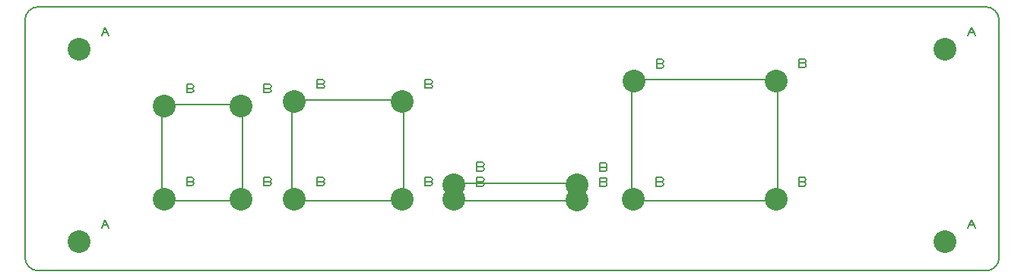
<source format=gbr>
%FSLAX36Y36*%
%MOMM*%
G04 EasyPC Gerber Version 18.0.8 Build 3632 *
%ADD11C,0.12700*%
%ADD70C,2.54000*%
X0Y0D02*
D02*
D11*
X22287500Y64911500D02*
G75*
G03X20787500Y63411500J-1500000D01*
G01*
Y36911500*
G75*
G03X22287500Y35411500I1500000*
G01*
X127787500*
G75*
G03X129287500Y36911500J1500000*
G01*
Y63411500*
G75*
G03X127787500Y64911500I-1500000*
G01*
X22287500*
X29327500Y40169600D02*
X29724400Y41122100D01*
X30121300Y40169600*
X29486300Y40566500D02*
X29962500D01*
X29327500Y61669600D02*
X29724400Y62622100D01*
X30121300Y61669600*
X29486300Y62066500D02*
X29962500D01*
X36537500Y54011500D02*
G75*
G03X36037500Y53511500J-500000D01*
G01*
Y43611500*
G75*
G03X36437500Y43211500I400000*
G01*
X44637500*
G75*
G03X45037500Y43611500J400000*
G01*
Y53511500*
G75*
G03X44537500Y54011500I-500000*
G01*
X36537500*
X39383100Y45395900D02*
X39541900Y45316500D01*
X39621300Y45157800*
X39541900Y44999000*
X39383100Y44919600*
X38827500*
Y45872100*
X39383100*
X39541900Y45792800*
X39621300Y45634000*
X39541900Y45475300*
X39383100Y45395900*
X38827500*
X39383100Y55795900D02*
X39541900Y55716500D01*
X39621300Y55557800*
X39541900Y55399000*
X39383100Y55319600*
X38827500*
Y56272100*
X39383100*
X39541900Y56192800*
X39621300Y56034000*
X39541900Y55875300*
X39383100Y55795900*
X38827500*
X47983100Y45395900D02*
X48141900Y45316500D01*
X48221300Y45157800*
X48141900Y44999000*
X47983100Y44919600*
X47427500*
Y45872100*
X47983100*
X48141900Y45792800*
X48221300Y45634000*
X48141900Y45475300*
X47983100Y45395900*
X47427500*
X47983100Y55795900D02*
X48141900Y55716500D01*
X48221300Y55557800*
X48141900Y55399000*
X47983100Y55319600*
X47427500*
Y56272100*
X47983100*
X48141900Y56192800*
X48221300Y56034000*
X48141900Y55875300*
X47983100Y55795900*
X47427500*
X51037500Y54511500D02*
G75*
G03X50537500Y54011500J-500000D01*
G01*
Y43711500*
G75*
G03X51037500Y43211500I500000*
G01*
X62487500*
G75*
G03X62987500Y43711500J500000*
G01*
Y54011500*
G75*
G03X62487500Y54511500I-500000*
G01*
X51037500*
X53883100Y45395900D02*
X54041900Y45316500D01*
X54121300Y45157800*
X54041900Y44999000*
X53883100Y44919600*
X53327500*
Y45872100*
X53883100*
X54041900Y45792800*
X54121300Y45634000*
X54041900Y45475300*
X53883100Y45395900*
X53327500*
X53883100Y56295900D02*
X54041900Y56216500D01*
X54121300Y56057800*
X54041900Y55899000*
X53883100Y55819600*
X53327500*
Y56772100*
X53883100*
X54041900Y56692800*
X54121300Y56534000*
X54041900Y56375300*
X53883100Y56295900*
X53327500*
X65933100Y45395900D02*
X66091900Y45316500D01*
X66171300Y45157800*
X66091900Y44999000*
X65933100Y44919600*
X65377500*
Y45872100*
X65933100*
X66091900Y45792800*
X66171300Y45634000*
X66091900Y45475300*
X65933100Y45395900*
X65377500*
X65933100Y56295900D02*
X66091900Y56216500D01*
X66171300Y56057800*
X66091900Y55899000*
X65933100Y55819600*
X65377500*
Y56772100*
X65933100*
X66091900Y56692800*
X66171300Y56534000*
X66091900Y56375300*
X65933100Y56295900*
X65377500*
X68837500Y45211500D02*
G75*
G03X68337500Y44711500J-500000D01*
G01*
Y43711500*
G75*
G03X68837500Y43211500I500000*
G01*
X81887500*
G75*
G03X82387500Y43711500J500000*
G01*
Y44711500*
G75*
G03X81887500Y45211500I-500000*
G01*
X68837500*
X71670600Y45358400D02*
X71829400Y45279000D01*
X71908800Y45120300*
X71829400Y44961500*
X71670600Y44882100*
X71115000*
Y45834600*
X71670600*
X71829400Y45755300*
X71908800Y45596500*
X71829400Y45437800*
X71670600Y45358400*
X71115000*
X71670600Y47045900D02*
X71829400Y46966500D01*
X71908800Y46807800*
X71829400Y46649000*
X71670600Y46569600*
X71115000*
Y47522100*
X71670600*
X71829400Y47442800*
X71908800Y47284000*
X71829400Y47125300*
X71670600Y47045900*
X71115000*
X85370600Y45345900D02*
X85529400Y45266500D01*
X85608800Y45107800*
X85529400Y44949000*
X85370600Y44869600*
X84815000*
Y45822100*
X85370600*
X85529400Y45742800*
X85608800Y45584000*
X85529400Y45425300*
X85370600Y45345900*
X84815000*
X85370600Y47008400D02*
X85529400Y46929000D01*
X85608800Y46770300*
X85529400Y46611500*
X85370600Y46532100*
X84815000*
Y47484600*
X85370600*
X85529400Y47405300*
X85608800Y47246500*
X85529400Y47087800*
X85370600Y47008400*
X84815000*
X88837500Y56811500D02*
G75*
G03X88337500Y56311500J-500000D01*
G01*
Y43711500*
G75*
G03X88837500Y43211500I500000*
G01*
X104087500*
G75*
G03X104587500Y43711500J500000*
G01*
Y56311500*
G75*
G03X104087500Y56811500I-500000*
G01*
X88837500*
X91645600Y45358400D02*
X91804400Y45279000D01*
X91883800Y45120300*
X91804400Y44961500*
X91645600Y44882100*
X91090000*
Y45834600*
X91645600*
X91804400Y45755300*
X91883800Y45596500*
X91804400Y45437800*
X91645600Y45358400*
X91090000*
X91683100Y58570900D02*
X91841900Y58491500D01*
X91921300Y58332800*
X91841900Y58174000*
X91683100Y58094600*
X91127500*
Y59047100*
X91683100*
X91841900Y58967800*
X91921300Y58809000*
X91841900Y58650300*
X91683100Y58570900*
X91127500*
X107545600Y45358400D02*
X107704400Y45279000D01*
X107783800Y45120300*
X107704400Y44961500*
X107545600Y44882100*
X106990000*
Y45834600*
X107545600*
X107704400Y45755300*
X107783800Y45596500*
X107704400Y45437800*
X107545600Y45358400*
X106990000*
X107558100Y58620900D02*
X107716900Y58541500D01*
X107796300Y58382800*
X107716900Y58224000*
X107558100Y58144600*
X107002500*
Y59097100*
X107558100*
X107716900Y59017800*
X107796300Y58859000*
X107716900Y58700300*
X107558100Y58620900*
X107002500*
X125827500Y40169600D02*
X126224400Y41122100D01*
X126621300Y40169600*
X125986300Y40566500D02*
X126462500D01*
X125827500Y61669600D02*
X126224400Y62622100D01*
X126621300Y61669600*
X125986300Y62066500D02*
X126462500D01*
D02*
D70*
X26787500Y38661500D03*
Y60161500D03*
X36287500Y43411500D03*
Y53811500D03*
X44887500Y43411500D03*
Y53811500D03*
X50787500Y43411500D03*
Y54311500D03*
X62837500Y43411500D03*
Y54311500D03*
X68575000Y43374000D03*
Y45061500D03*
X82275000Y43361500D03*
Y45024000D03*
X88550000Y43374000D03*
X88587500Y56586500D03*
X104450000Y43374000D03*
X104462500Y56636500D03*
X123287500Y38661500D03*
Y60161500D03*
X0Y0D02*
M02*

</source>
